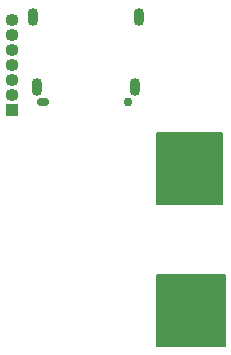
<source format=gbr>
%TF.GenerationSoftware,KiCad,Pcbnew,(6.0.7)*%
%TF.CreationDate,2022-10-02T18:15:39+02:00*%
%TF.ProjectId,k1-aioc,6b312d61-696f-4632-9e6b-696361645f70,rev?*%
%TF.SameCoordinates,Original*%
%TF.FileFunction,Soldermask,Bot*%
%TF.FilePolarity,Negative*%
%FSLAX46Y46*%
G04 Gerber Fmt 4.6, Leading zero omitted, Abs format (unit mm)*
G04 Created by KiCad (PCBNEW (6.0.7)) date 2022-10-02 18:15:39*
%MOMM*%
%LPD*%
G01*
G04 APERTURE LIST*
G04 Aperture macros list*
%AMRoundRect*
0 Rectangle with rounded corners*
0 $1 Rounding radius*
0 $2 $3 $4 $5 $6 $7 $8 $9 X,Y pos of 4 corners*
0 Add a 4 corners polygon primitive as box body*
4,1,4,$2,$3,$4,$5,$6,$7,$8,$9,$2,$3,0*
0 Add four circle primitives for the rounded corners*
1,1,$1+$1,$2,$3*
1,1,$1+$1,$4,$5*
1,1,$1+$1,$6,$7*
1,1,$1+$1,$8,$9*
0 Add four rect primitives between the rounded corners*
20,1,$1+$1,$2,$3,$4,$5,0*
20,1,$1+$1,$4,$5,$6,$7,0*
20,1,$1+$1,$6,$7,$8,$9,0*
20,1,$1+$1,$8,$9,$2,$3,0*%
G04 Aperture macros list end*
%ADD10C,0.150000*%
%ADD11RoundRect,0.050000X0.500000X0.500000X-0.500000X0.500000X-0.500000X-0.500000X0.500000X-0.500000X0*%
%ADD12O,1.100000X1.100000*%
%ADD13O,0.900000X1.500000*%
%ADD14O,1.050000X0.750000*%
%ADD15C,0.750000*%
G04 APERTURE END LIST*
D10*
X117500000Y-103000000D02*
X123250000Y-103000000D01*
X123250000Y-103000000D02*
X123250000Y-109000000D01*
X123250000Y-109000000D02*
X117500000Y-109000000D01*
X117500000Y-109000000D02*
X117500000Y-103000000D01*
G36*
X117500000Y-103000000D02*
G01*
X123250000Y-103000000D01*
X123250000Y-109000000D01*
X117500000Y-109000000D01*
X117500000Y-103000000D01*
G37*
X117500000Y-91000000D02*
X123000000Y-91000000D01*
X123000000Y-91000000D02*
X123000000Y-97000000D01*
X123000000Y-97000000D02*
X117500000Y-97000000D01*
X117500000Y-97000000D02*
X117500000Y-91000000D01*
G36*
X117500000Y-91000000D02*
G01*
X123000000Y-91000000D01*
X123000000Y-97000000D01*
X117500000Y-97000000D01*
X117500000Y-91000000D01*
G37*
X117500000Y-103000000D02*
X123250000Y-103000000D01*
X123250000Y-103000000D02*
X123250000Y-109000000D01*
X123250000Y-109000000D02*
X117500000Y-109000000D01*
X117500000Y-109000000D02*
X117500000Y-103000000D01*
G36*
X117500000Y-103000000D02*
G01*
X123250000Y-103000000D01*
X123250000Y-109000000D01*
X117500000Y-109000000D01*
X117500000Y-103000000D01*
G37*
X117500000Y-91000000D02*
X123000000Y-91000000D01*
X123000000Y-91000000D02*
X123000000Y-97000000D01*
X123000000Y-97000000D02*
X117500000Y-97000000D01*
X117500000Y-97000000D02*
X117500000Y-91000000D01*
G36*
X117500000Y-91000000D02*
G01*
X123000000Y-91000000D01*
X123000000Y-97000000D01*
X117500000Y-97000000D01*
X117500000Y-91000000D01*
G37*
D11*
%TO.C,J2*%
X105250000Y-89020000D03*
D12*
X105250000Y-87750000D03*
X105250000Y-86480000D03*
X105250000Y-85210000D03*
X105250000Y-83940000D03*
X105250000Y-82670000D03*
X105250000Y-81400000D03*
%TD*%
D13*
%TO.C,J1*%
X115990000Y-81160000D03*
X115630000Y-87110000D03*
X107010000Y-81160000D03*
X107370000Y-87110000D03*
D14*
X107900000Y-88360000D03*
D15*
X115100000Y-88360000D03*
%TD*%
M02*

</source>
